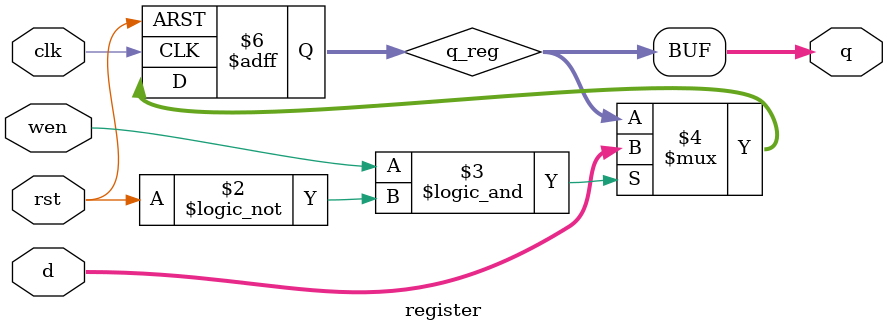
<source format=v>
module register(
    input wire clk,
    input wire rst,
    input wire wen,
    input wire [7:0] d, 
    output wire [7:0] q
);
    reg [7:0] q_reg;
    assign q = q_reg;
    always @(posedge clk or posedge rst) begin
        if (rst) q_reg <= 8'b0;
        else if(wen && !rst) q_reg <= d;
    end
endmodule   
</source>
